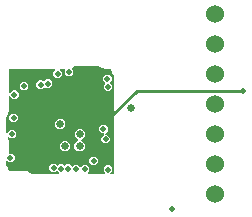
<source format=gbr>
G04 EAGLE Gerber X2 export*
%TF.Part,Single*%
%TF.FileFunction,Copper,L3,Inr,Mixed*%
%TF.FilePolarity,Positive*%
%TF.GenerationSoftware,Autodesk,EAGLE,8.6.3*%
%TF.CreationDate,2018-03-01T00:52:03Z*%
G75*
%MOMM*%
%FSLAX34Y34*%
%LPD*%
%AMOC8*
5,1,8,0,0,1.08239X$1,22.5*%
G01*
%ADD10C,1.524000*%
%ADD11C,0.508000*%
%ADD12C,0.654800*%
%ADD13C,0.254000*%

G36*
X93654Y49250D02*
X93654Y49250D01*
X93726Y49252D01*
X93775Y49270D01*
X93826Y49279D01*
X93890Y49312D01*
X93957Y49337D01*
X93998Y49369D01*
X94044Y49394D01*
X94093Y49446D01*
X94149Y49490D01*
X94177Y49534D01*
X94213Y49572D01*
X94243Y49637D01*
X94282Y49697D01*
X94295Y49748D01*
X94317Y49795D01*
X94324Y49866D01*
X94342Y49936D01*
X94338Y49988D01*
X94344Y50039D01*
X94328Y50110D01*
X94323Y50181D01*
X94303Y50229D01*
X94291Y50280D01*
X94255Y50341D01*
X94227Y50407D01*
X94182Y50463D01*
X94165Y50491D01*
X94147Y50506D01*
X94122Y50538D01*
X92913Y51747D01*
X92897Y51758D01*
X92885Y51774D01*
X92798Y51830D01*
X92714Y51890D01*
X92694Y51896D01*
X92678Y51907D01*
X92577Y51932D01*
X92478Y51963D01*
X92459Y51962D01*
X92439Y51967D01*
X92336Y51959D01*
X92233Y51956D01*
X92214Y51949D01*
X92194Y51948D01*
X92099Y51907D01*
X92002Y51872D01*
X91986Y51859D01*
X91968Y51852D01*
X91837Y51747D01*
X91003Y50913D01*
X88057Y50913D01*
X85973Y52997D01*
X85973Y55943D01*
X88057Y58027D01*
X91003Y58027D01*
X92263Y56767D01*
X92279Y56756D01*
X92291Y56740D01*
X92379Y56684D01*
X92462Y56624D01*
X92481Y56618D01*
X92498Y56607D01*
X92599Y56582D01*
X92698Y56551D01*
X92717Y56552D01*
X92737Y56547D01*
X92840Y56555D01*
X92943Y56558D01*
X92962Y56565D01*
X92982Y56566D01*
X93077Y56607D01*
X93174Y56642D01*
X93190Y56655D01*
X93208Y56662D01*
X93339Y56767D01*
X94173Y57601D01*
X97119Y57601D01*
X98156Y56564D01*
X98172Y56553D01*
X98184Y56537D01*
X98272Y56481D01*
X98355Y56421D01*
X98374Y56415D01*
X98391Y56404D01*
X98492Y56379D01*
X98591Y56348D01*
X98610Y56349D01*
X98630Y56344D01*
X98733Y56352D01*
X98836Y56355D01*
X98855Y56362D01*
X98875Y56363D01*
X98970Y56404D01*
X99067Y56439D01*
X99083Y56452D01*
X99101Y56459D01*
X99232Y56564D01*
X100269Y57601D01*
X103215Y57601D01*
X104875Y55941D01*
X104891Y55930D01*
X104903Y55914D01*
X104991Y55858D01*
X105074Y55798D01*
X105093Y55792D01*
X105110Y55781D01*
X105211Y55756D01*
X105309Y55725D01*
X105329Y55726D01*
X105349Y55721D01*
X105452Y55729D01*
X105555Y55732D01*
X105574Y55739D01*
X105594Y55740D01*
X105689Y55781D01*
X105786Y55816D01*
X105802Y55829D01*
X105820Y55836D01*
X105951Y55941D01*
X107183Y57173D01*
X110130Y57173D01*
X112049Y55254D01*
X112065Y55243D01*
X112077Y55227D01*
X112165Y55171D01*
X112249Y55111D01*
X112268Y55105D01*
X112284Y55094D01*
X112385Y55069D01*
X112484Y55038D01*
X112504Y55039D01*
X112523Y55034D01*
X112626Y55042D01*
X112729Y55045D01*
X112748Y55051D01*
X112768Y55053D01*
X112863Y55093D01*
X112961Y55129D01*
X112976Y55142D01*
X112994Y55149D01*
X113125Y55254D01*
X114855Y56984D01*
X117801Y56984D01*
X119885Y54900D01*
X119885Y51954D01*
X118469Y50538D01*
X118428Y50480D01*
X118378Y50428D01*
X118356Y50381D01*
X118326Y50339D01*
X118305Y50270D01*
X118275Y50205D01*
X118269Y50153D01*
X118254Y50103D01*
X118255Y50032D01*
X118248Y49961D01*
X118259Y49910D01*
X118260Y49858D01*
X118285Y49790D01*
X118300Y49720D01*
X118326Y49676D01*
X118344Y49627D01*
X118389Y49571D01*
X118426Y49509D01*
X118466Y49475D01*
X118498Y49435D01*
X118558Y49396D01*
X118613Y49349D01*
X118661Y49330D01*
X118705Y49302D01*
X118774Y49284D01*
X118841Y49257D01*
X118912Y49249D01*
X118944Y49241D01*
X118967Y49243D01*
X119008Y49239D01*
X132428Y49239D01*
X132499Y49250D01*
X132570Y49252D01*
X132619Y49270D01*
X132671Y49279D01*
X132734Y49312D01*
X132801Y49337D01*
X132842Y49369D01*
X132888Y49394D01*
X132937Y49446D01*
X132993Y49490D01*
X133021Y49534D01*
X133057Y49572D01*
X133088Y49637D01*
X133126Y49697D01*
X133139Y49748D01*
X133161Y49795D01*
X133169Y49866D01*
X133186Y49936D01*
X133182Y49988D01*
X133188Y50039D01*
X133173Y50110D01*
X133167Y50181D01*
X133147Y50229D01*
X133136Y50280D01*
X133099Y50341D01*
X133071Y50407D01*
X133026Y50463D01*
X133010Y50491D01*
X132992Y50506D01*
X132966Y50538D01*
X131833Y51671D01*
X131833Y54618D01*
X133916Y56701D01*
X136863Y56701D01*
X138946Y54618D01*
X138946Y51671D01*
X137813Y50538D01*
X137771Y50480D01*
X137722Y50428D01*
X137700Y50381D01*
X137670Y50339D01*
X137649Y50270D01*
X137618Y50205D01*
X137613Y50153D01*
X137597Y50103D01*
X137599Y50032D01*
X137591Y49961D01*
X137602Y49910D01*
X137604Y49858D01*
X137628Y49790D01*
X137644Y49720D01*
X137670Y49676D01*
X137688Y49627D01*
X137733Y49571D01*
X137770Y49509D01*
X137809Y49475D01*
X137842Y49435D01*
X137902Y49396D01*
X137957Y49349D01*
X138005Y49330D01*
X138049Y49302D01*
X138118Y49284D01*
X138185Y49257D01*
X138256Y49249D01*
X138287Y49241D01*
X138311Y49243D01*
X138351Y49239D01*
X140000Y49239D01*
X140020Y49242D01*
X140039Y49240D01*
X140141Y49262D01*
X140243Y49279D01*
X140260Y49288D01*
X140280Y49292D01*
X140369Y49345D01*
X140460Y49394D01*
X140474Y49408D01*
X140491Y49418D01*
X140558Y49497D01*
X140630Y49572D01*
X140638Y49590D01*
X140651Y49605D01*
X140690Y49701D01*
X140733Y49795D01*
X140735Y49815D01*
X140743Y49833D01*
X140761Y50000D01*
X140761Y132433D01*
X140747Y132523D01*
X140739Y132614D01*
X140727Y132643D01*
X140722Y132675D01*
X140679Y132756D01*
X140643Y132840D01*
X140617Y132872D01*
X140606Y132893D01*
X140583Y132915D01*
X140538Y132971D01*
X140114Y133395D01*
X138311Y137748D01*
X138300Y137821D01*
X138290Y137838D01*
X138286Y137858D01*
X138233Y137947D01*
X138184Y138038D01*
X138170Y138052D01*
X138160Y138069D01*
X138081Y138136D01*
X138006Y138208D01*
X137988Y138216D01*
X137973Y138229D01*
X137877Y138268D01*
X137783Y138311D01*
X137763Y138313D01*
X137745Y138321D01*
X137650Y138331D01*
X137616Y138342D01*
X137584Y138342D01*
X137552Y138350D01*
X137461Y138341D01*
X137370Y138340D01*
X137367Y138339D01*
X132681Y138339D01*
X128395Y140114D01*
X127971Y140538D01*
X127897Y140592D01*
X127828Y140651D01*
X127797Y140663D01*
X127771Y140682D01*
X127684Y140709D01*
X127599Y140743D01*
X127559Y140747D01*
X127536Y140754D01*
X127504Y140753D01*
X127433Y140761D01*
X107567Y140761D01*
X107477Y140747D01*
X107386Y140739D01*
X107357Y140727D01*
X107325Y140722D01*
X107244Y140679D01*
X107160Y140643D01*
X107128Y140617D01*
X107107Y140606D01*
X107085Y140583D01*
X107029Y140538D01*
X106605Y140114D01*
X105463Y139641D01*
X105424Y139617D01*
X105381Y139601D01*
X105320Y139553D01*
X105254Y139512D01*
X105224Y139476D01*
X105189Y139448D01*
X105147Y139382D01*
X105097Y139322D01*
X105080Y139279D01*
X105056Y139241D01*
X105037Y139165D01*
X105009Y139093D01*
X105007Y139047D01*
X104996Y139002D01*
X105002Y138925D01*
X104998Y138847D01*
X105011Y138803D01*
X105015Y138757D01*
X105045Y138685D01*
X105067Y138611D01*
X105093Y138573D01*
X105111Y138531D01*
X105196Y138424D01*
X105207Y138409D01*
X105211Y138406D01*
X105216Y138400D01*
X106284Y137331D01*
X106284Y134385D01*
X104201Y132301D01*
X101254Y132301D01*
X99171Y134385D01*
X99171Y137578D01*
X99167Y137598D01*
X99170Y137617D01*
X99148Y137719D01*
X99131Y137821D01*
X99122Y137838D01*
X99117Y137858D01*
X99064Y137947D01*
X99016Y138038D01*
X99001Y138052D01*
X98991Y138069D01*
X98912Y138136D01*
X98837Y138208D01*
X98819Y138216D01*
X98804Y138229D01*
X98708Y138268D01*
X98614Y138311D01*
X98595Y138313D01*
X98576Y138321D01*
X98409Y138339D01*
X97625Y138339D01*
X97615Y138343D01*
X97583Y138342D01*
X97552Y138350D01*
X97461Y138341D01*
X97370Y138340D01*
X97367Y138339D01*
X95489Y138339D01*
X95418Y138328D01*
X95346Y138326D01*
X95297Y138308D01*
X95246Y138300D01*
X95182Y138266D01*
X95115Y138241D01*
X95074Y138209D01*
X95028Y138184D01*
X94979Y138132D01*
X94923Y138088D01*
X94895Y138044D01*
X94859Y138006D01*
X94829Y137941D01*
X94790Y137881D01*
X94777Y137830D01*
X94755Y137783D01*
X94747Y137712D01*
X94730Y137642D01*
X94734Y137590D01*
X94728Y137539D01*
X94744Y137468D01*
X94749Y137397D01*
X94769Y137349D01*
X94781Y137298D01*
X94817Y137237D01*
X94845Y137171D01*
X94890Y137115D01*
X94907Y137087D01*
X94925Y137072D01*
X94950Y137040D01*
X96477Y135513D01*
X96477Y132567D01*
X94393Y130483D01*
X91447Y130483D01*
X89363Y132567D01*
X89363Y135513D01*
X90890Y137040D01*
X90932Y137098D01*
X90981Y137150D01*
X91003Y137197D01*
X91033Y137239D01*
X91054Y137308D01*
X91085Y137373D01*
X91090Y137425D01*
X91106Y137475D01*
X91104Y137546D01*
X91112Y137617D01*
X91101Y137668D01*
X91099Y137720D01*
X91075Y137788D01*
X91059Y137858D01*
X91033Y137903D01*
X91015Y137951D01*
X90970Y138007D01*
X90933Y138069D01*
X90894Y138103D01*
X90861Y138143D01*
X90801Y138182D01*
X90746Y138229D01*
X90698Y138248D01*
X90654Y138276D01*
X90585Y138294D01*
X90518Y138321D01*
X90447Y138329D01*
X90416Y138337D01*
X90392Y138335D01*
X90351Y138339D01*
X87625Y138339D01*
X87615Y138343D01*
X87583Y138342D01*
X87552Y138350D01*
X87461Y138341D01*
X87370Y138340D01*
X87367Y138339D01*
X82625Y138339D01*
X82615Y138343D01*
X82583Y138342D01*
X82552Y138350D01*
X82461Y138341D01*
X82370Y138340D01*
X82367Y138339D01*
X77625Y138339D01*
X77615Y138343D01*
X77583Y138342D01*
X77552Y138350D01*
X77461Y138341D01*
X77370Y138340D01*
X77367Y138339D01*
X72625Y138339D01*
X72615Y138343D01*
X72583Y138342D01*
X72552Y138350D01*
X72461Y138341D01*
X72370Y138340D01*
X72367Y138339D01*
X67625Y138339D01*
X67615Y138343D01*
X67583Y138342D01*
X67552Y138350D01*
X67461Y138341D01*
X67370Y138340D01*
X67367Y138339D01*
X62625Y138339D01*
X62615Y138343D01*
X62583Y138342D01*
X62552Y138350D01*
X62461Y138341D01*
X62370Y138340D01*
X62367Y138339D01*
X57625Y138339D01*
X57615Y138343D01*
X57583Y138342D01*
X57552Y138350D01*
X57461Y138341D01*
X57370Y138340D01*
X57367Y138339D01*
X52625Y138339D01*
X52615Y138343D01*
X52583Y138342D01*
X52552Y138350D01*
X52461Y138341D01*
X52370Y138340D01*
X52330Y138329D01*
X52307Y138326D01*
X52286Y138317D01*
X52281Y138316D01*
X52179Y138300D01*
X52162Y138290D01*
X52142Y138286D01*
X52053Y138233D01*
X51962Y138184D01*
X51948Y138170D01*
X51931Y138160D01*
X51864Y138081D01*
X51792Y138006D01*
X51784Y137988D01*
X51771Y137973D01*
X51732Y137877D01*
X51689Y137783D01*
X51687Y137763D01*
X51679Y137745D01*
X51669Y137650D01*
X51658Y137616D01*
X51658Y137584D01*
X51650Y137552D01*
X51659Y137461D01*
X51660Y137370D01*
X51661Y137367D01*
X51661Y132626D01*
X51658Y132616D01*
X51658Y132584D01*
X51650Y132552D01*
X51659Y132461D01*
X51660Y132370D01*
X51661Y132367D01*
X51661Y127626D01*
X51658Y127616D01*
X51658Y127584D01*
X51650Y127552D01*
X51659Y127461D01*
X51660Y127370D01*
X51661Y127367D01*
X51661Y122626D01*
X51658Y122616D01*
X51658Y122584D01*
X51650Y122552D01*
X51659Y122461D01*
X51660Y122370D01*
X51661Y122367D01*
X51661Y118866D01*
X51672Y118795D01*
X51674Y118723D01*
X51692Y118674D01*
X51700Y118623D01*
X51734Y118560D01*
X51759Y118492D01*
X51791Y118452D01*
X51816Y118406D01*
X51868Y118356D01*
X51912Y118300D01*
X51956Y118272D01*
X51994Y118236D01*
X52059Y118206D01*
X52119Y118167D01*
X52170Y118155D01*
X52217Y118133D01*
X52288Y118125D01*
X52358Y118107D01*
X52410Y118111D01*
X52461Y118106D01*
X52532Y118121D01*
X52603Y118126D01*
X52651Y118147D01*
X52702Y118158D01*
X52763Y118195D01*
X52829Y118223D01*
X52885Y118267D01*
X52913Y118284D01*
X52928Y118302D01*
X52960Y118327D01*
X54837Y120204D01*
X57784Y120204D01*
X59867Y118121D01*
X59867Y115174D01*
X57784Y113091D01*
X54837Y113091D01*
X52960Y114968D01*
X52902Y115010D01*
X52850Y115059D01*
X52803Y115081D01*
X52761Y115111D01*
X52692Y115132D01*
X52627Y115163D01*
X52575Y115168D01*
X52525Y115184D01*
X52454Y115182D01*
X52383Y115190D01*
X52332Y115179D01*
X52280Y115177D01*
X52212Y115153D01*
X52142Y115137D01*
X52097Y115111D01*
X52049Y115093D01*
X51993Y115048D01*
X51931Y115011D01*
X51897Y114972D01*
X51857Y114939D01*
X51818Y114879D01*
X51771Y114824D01*
X51752Y114776D01*
X51724Y114732D01*
X51706Y114663D01*
X51679Y114596D01*
X51671Y114525D01*
X51663Y114494D01*
X51665Y114470D01*
X51661Y114429D01*
X51661Y112626D01*
X51658Y112616D01*
X51658Y112584D01*
X51650Y112552D01*
X51659Y112461D01*
X51660Y112370D01*
X51661Y112367D01*
X51661Y107626D01*
X51658Y107616D01*
X51658Y107584D01*
X51650Y107552D01*
X51659Y107461D01*
X51660Y107370D01*
X51661Y107367D01*
X51661Y102681D01*
X49885Y98395D01*
X49462Y97971D01*
X49409Y97897D01*
X49349Y97828D01*
X49337Y97797D01*
X49318Y97771D01*
X49291Y97684D01*
X49257Y97599D01*
X49253Y97558D01*
X49246Y97536D01*
X49247Y97504D01*
X49239Y97433D01*
X49239Y85073D01*
X49250Y85002D01*
X49252Y84930D01*
X49270Y84881D01*
X49279Y84830D01*
X49312Y84767D01*
X49337Y84699D01*
X49369Y84659D01*
X49394Y84613D01*
X49446Y84563D01*
X49490Y84507D01*
X49534Y84479D01*
X49572Y84443D01*
X49637Y84413D01*
X49697Y84374D01*
X49748Y84362D01*
X49795Y84340D01*
X49866Y84332D01*
X49936Y84314D01*
X49988Y84318D01*
X50039Y84313D01*
X50110Y84328D01*
X50181Y84333D01*
X50229Y84354D01*
X50280Y84365D01*
X50341Y84402D01*
X50407Y84430D01*
X50463Y84475D01*
X50491Y84491D01*
X50506Y84509D01*
X50538Y84535D01*
X52732Y86728D01*
X55679Y86728D01*
X57762Y84645D01*
X57762Y81698D01*
X55679Y79615D01*
X52732Y79615D01*
X51986Y80361D01*
X51907Y80418D01*
X51832Y80480D01*
X51808Y80489D01*
X51786Y80505D01*
X51693Y80533D01*
X51602Y80568D01*
X51576Y80569D01*
X51551Y80577D01*
X51454Y80574D01*
X51357Y80579D01*
X51331Y80571D01*
X51305Y80571D01*
X51214Y80537D01*
X51120Y80510D01*
X51099Y80495D01*
X51074Y80486D01*
X50998Y80425D01*
X50918Y80370D01*
X50903Y80349D01*
X50882Y80332D01*
X50830Y80251D01*
X50772Y80172D01*
X50763Y80148D01*
X50749Y80126D01*
X50726Y80031D01*
X50695Y79939D01*
X50696Y79912D01*
X50689Y79887D01*
X50697Y79790D01*
X50698Y79693D01*
X50707Y79661D01*
X50708Y79642D01*
X50721Y79611D01*
X50744Y79532D01*
X51661Y77319D01*
X51661Y72626D01*
X51658Y72616D01*
X51658Y72584D01*
X51650Y72552D01*
X51659Y72461D01*
X51660Y72370D01*
X51661Y72367D01*
X51661Y67681D01*
X51631Y67609D01*
X51621Y67565D01*
X51601Y67523D01*
X51593Y67446D01*
X51575Y67370D01*
X51579Y67324D01*
X51574Y67279D01*
X51591Y67202D01*
X51598Y67125D01*
X51617Y67083D01*
X51627Y67038D01*
X51667Y66971D01*
X51698Y66900D01*
X51729Y66866D01*
X51753Y66827D01*
X51812Y66776D01*
X51865Y66719D01*
X51905Y66697D01*
X51940Y66667D01*
X52012Y66638D01*
X52080Y66601D01*
X52125Y66592D01*
X52168Y66575D01*
X52304Y66560D01*
X52322Y66557D01*
X52327Y66558D01*
X52335Y66557D01*
X54473Y66557D01*
X56557Y64473D01*
X56557Y61527D01*
X54473Y59443D01*
X51527Y59443D01*
X50538Y60432D01*
X50480Y60474D01*
X50428Y60523D01*
X50381Y60545D01*
X50339Y60575D01*
X50270Y60596D01*
X50205Y60627D01*
X50153Y60632D01*
X50103Y60648D01*
X50032Y60646D01*
X49961Y60654D01*
X49910Y60643D01*
X49858Y60641D01*
X49790Y60617D01*
X49720Y60601D01*
X49676Y60575D01*
X49627Y60557D01*
X49571Y60512D01*
X49509Y60475D01*
X49475Y60436D01*
X49435Y60403D01*
X49396Y60343D01*
X49349Y60288D01*
X49330Y60240D01*
X49302Y60196D01*
X49284Y60127D01*
X49257Y60060D01*
X49249Y59989D01*
X49241Y59958D01*
X49243Y59934D01*
X49239Y59893D01*
X49239Y57567D01*
X49254Y57477D01*
X49261Y57386D01*
X49273Y57357D01*
X49279Y57325D01*
X49321Y57244D01*
X49357Y57160D01*
X49383Y57128D01*
X49394Y57107D01*
X49417Y57085D01*
X49462Y57029D01*
X49885Y56605D01*
X51689Y52252D01*
X51700Y52179D01*
X51710Y52162D01*
X51714Y52142D01*
X51767Y52053D01*
X51816Y51962D01*
X51830Y51948D01*
X51840Y51931D01*
X51919Y51864D01*
X51994Y51792D01*
X52012Y51784D01*
X52027Y51771D01*
X52123Y51732D01*
X52217Y51689D01*
X52237Y51687D01*
X52255Y51679D01*
X52350Y51669D01*
X52384Y51658D01*
X52416Y51658D01*
X52448Y51650D01*
X52539Y51659D01*
X52630Y51660D01*
X52633Y51661D01*
X57374Y51661D01*
X57384Y51658D01*
X57416Y51658D01*
X57448Y51650D01*
X57539Y51659D01*
X57630Y51660D01*
X57633Y51661D01*
X62374Y51661D01*
X62384Y51658D01*
X62416Y51658D01*
X62448Y51650D01*
X62539Y51659D01*
X62630Y51660D01*
X62633Y51661D01*
X67319Y51661D01*
X71605Y49885D01*
X72029Y49462D01*
X72103Y49409D01*
X72172Y49349D01*
X72203Y49337D01*
X72229Y49318D01*
X72316Y49291D01*
X72401Y49257D01*
X72442Y49253D01*
X72464Y49246D01*
X72496Y49247D01*
X72567Y49239D01*
X93583Y49239D01*
X93654Y49250D01*
G37*
%LPC*%
G36*
X109721Y68743D02*
X109721Y68743D01*
X107208Y71256D01*
X107208Y74811D01*
X109935Y77538D01*
X109947Y77554D01*
X109962Y77566D01*
X110018Y77654D01*
X110078Y77737D01*
X110084Y77756D01*
X110095Y77773D01*
X110120Y77874D01*
X110151Y77973D01*
X110150Y77993D01*
X110155Y78012D01*
X110147Y78115D01*
X110144Y78218D01*
X110138Y78237D01*
X110136Y78257D01*
X110096Y78352D01*
X110060Y78449D01*
X110048Y78465D01*
X110040Y78483D01*
X109935Y78614D01*
X107263Y81286D01*
X107263Y84840D01*
X109777Y87354D01*
X113331Y87354D01*
X115845Y84840D01*
X115845Y81286D01*
X113118Y78559D01*
X113106Y78543D01*
X113091Y78530D01*
X113035Y78443D01*
X112974Y78359D01*
X112969Y78340D01*
X112958Y78323D01*
X112932Y78223D01*
X112902Y78124D01*
X112903Y78104D01*
X112898Y78085D01*
X112906Y77982D01*
X112908Y77878D01*
X112915Y77859D01*
X112917Y77840D01*
X112957Y77745D01*
X112993Y77647D01*
X113005Y77632D01*
X113013Y77613D01*
X113118Y77482D01*
X115789Y74811D01*
X115789Y71256D01*
X113276Y68743D01*
X109721Y68743D01*
G37*
%LPD*%
%LPC*%
G36*
X132017Y75333D02*
X132017Y75333D01*
X129933Y77417D01*
X129933Y80363D01*
X132160Y82590D01*
X132202Y82648D01*
X132251Y82700D01*
X132273Y82748D01*
X132304Y82790D01*
X132325Y82858D01*
X132355Y82923D01*
X132361Y82975D01*
X132376Y83025D01*
X132374Y83097D01*
X132382Y83168D01*
X132371Y83219D01*
X132370Y83271D01*
X132345Y83338D01*
X132330Y83408D01*
X132303Y83453D01*
X132285Y83502D01*
X132240Y83558D01*
X132204Y83619D01*
X132164Y83653D01*
X132131Y83694D01*
X132071Y83733D01*
X132017Y83779D01*
X131968Y83799D01*
X131925Y83827D01*
X131855Y83844D01*
X131789Y83871D01*
X131717Y83879D01*
X131686Y83887D01*
X131663Y83885D01*
X131622Y83890D01*
X130188Y83890D01*
X128105Y85973D01*
X128105Y88920D01*
X130188Y91003D01*
X133135Y91003D01*
X135218Y88920D01*
X135218Y85973D01*
X132991Y83746D01*
X132950Y83688D01*
X132900Y83636D01*
X132878Y83589D01*
X132848Y83547D01*
X132827Y83478D01*
X132797Y83413D01*
X132791Y83361D01*
X132775Y83311D01*
X132777Y83240D01*
X132769Y83169D01*
X132780Y83118D01*
X132782Y83066D01*
X132806Y82998D01*
X132822Y82928D01*
X132848Y82883D01*
X132866Y82835D01*
X132911Y82779D01*
X132948Y82717D01*
X132987Y82683D01*
X133020Y82643D01*
X133080Y82604D01*
X133135Y82557D01*
X133183Y82538D01*
X133227Y82510D01*
X133296Y82492D01*
X133363Y82465D01*
X133434Y82457D01*
X133465Y82449D01*
X133489Y82451D01*
X133530Y82447D01*
X134963Y82447D01*
X137047Y80363D01*
X137047Y77417D01*
X134963Y75333D01*
X132017Y75333D01*
G37*
%LPD*%
%LPC*%
G36*
X133987Y119953D02*
X133987Y119953D01*
X131903Y122037D01*
X131903Y124983D01*
X132907Y125987D01*
X132918Y126003D01*
X132934Y126015D01*
X132990Y126103D01*
X133050Y126186D01*
X133056Y126205D01*
X133067Y126222D01*
X133092Y126323D01*
X133123Y126422D01*
X133122Y126441D01*
X133127Y126461D01*
X133119Y126564D01*
X133116Y126667D01*
X133109Y126686D01*
X133108Y126706D01*
X133067Y126801D01*
X133032Y126898D01*
X133019Y126914D01*
X133012Y126932D01*
X132907Y127063D01*
X131443Y128527D01*
X131443Y131473D01*
X133527Y133557D01*
X136473Y133557D01*
X138557Y131473D01*
X138557Y128527D01*
X137553Y127523D01*
X137542Y127507D01*
X137526Y127495D01*
X137470Y127407D01*
X137410Y127324D01*
X137404Y127305D01*
X137393Y127288D01*
X137368Y127187D01*
X137337Y127088D01*
X137338Y127069D01*
X137333Y127049D01*
X137341Y126946D01*
X137344Y126843D01*
X137351Y126824D01*
X137352Y126804D01*
X137393Y126709D01*
X137428Y126612D01*
X137441Y126596D01*
X137448Y126578D01*
X137553Y126447D01*
X139017Y124983D01*
X139017Y122037D01*
X136933Y119953D01*
X133987Y119953D01*
G37*
%LPD*%
%LPC*%
G36*
X77021Y121599D02*
X77021Y121599D01*
X74937Y123683D01*
X74937Y126629D01*
X77021Y128713D01*
X79967Y128713D01*
X80597Y128083D01*
X80613Y128072D01*
X80625Y128056D01*
X80713Y128000D01*
X80796Y127940D01*
X80815Y127934D01*
X80832Y127923D01*
X80933Y127898D01*
X81032Y127867D01*
X81051Y127868D01*
X81071Y127863D01*
X81174Y127871D01*
X81277Y127874D01*
X81296Y127881D01*
X81316Y127882D01*
X81411Y127923D01*
X81508Y127958D01*
X81524Y127971D01*
X81542Y127978D01*
X81673Y128083D01*
X83117Y129527D01*
X86063Y129527D01*
X88147Y127443D01*
X88147Y124497D01*
X86063Y122413D01*
X83117Y122413D01*
X82487Y123043D01*
X82471Y123054D01*
X82459Y123070D01*
X82371Y123126D01*
X82288Y123186D01*
X82269Y123192D01*
X82252Y123203D01*
X82151Y123228D01*
X82052Y123259D01*
X82033Y123258D01*
X82013Y123263D01*
X81910Y123255D01*
X81807Y123252D01*
X81788Y123245D01*
X81768Y123244D01*
X81673Y123203D01*
X81576Y123168D01*
X81560Y123155D01*
X81542Y123148D01*
X81411Y123043D01*
X79967Y121599D01*
X77021Y121599D01*
G37*
%LPD*%
%LPC*%
G36*
X93512Y87479D02*
X93512Y87479D01*
X90999Y89993D01*
X90999Y93547D01*
X93512Y96061D01*
X97067Y96061D01*
X99580Y93547D01*
X99580Y89993D01*
X97067Y87479D01*
X93512Y87479D01*
G37*
%LPD*%
%LPC*%
G36*
X97501Y68880D02*
X97501Y68880D01*
X94987Y71394D01*
X94987Y74948D01*
X97501Y77462D01*
X101055Y77462D01*
X103569Y74948D01*
X103569Y71394D01*
X101055Y68880D01*
X97501Y68880D01*
G37*
%LPD*%
%LPC*%
G36*
X54157Y93383D02*
X54157Y93383D01*
X52073Y95467D01*
X52073Y98413D01*
X54157Y100497D01*
X57103Y100497D01*
X59187Y98413D01*
X59187Y95467D01*
X57103Y93383D01*
X54157Y93383D01*
G37*
%LPD*%
%LPC*%
G36*
X63067Y120319D02*
X63067Y120319D01*
X60983Y122403D01*
X60983Y125349D01*
X63067Y127433D01*
X66013Y127433D01*
X68097Y125349D01*
X68097Y122403D01*
X66013Y120319D01*
X63067Y120319D01*
G37*
%LPD*%
%LPC*%
G36*
X121868Y56855D02*
X121868Y56855D01*
X119785Y58938D01*
X119785Y61885D01*
X121868Y63968D01*
X124815Y63968D01*
X126898Y61885D01*
X126898Y58938D01*
X124815Y56855D01*
X121868Y56855D01*
G37*
%LPD*%
D10*
X225959Y184637D03*
X225959Y159237D03*
X225959Y133837D03*
X225959Y108437D03*
X225959Y83037D03*
X225959Y57637D03*
X225959Y32237D03*
D11*
X64540Y123876D03*
X92920Y134040D03*
X55630Y96940D03*
X84590Y125970D03*
X135460Y123510D03*
X133490Y78890D03*
X135390Y53145D03*
D12*
X155000Y105000D03*
X95290Y91770D03*
X99278Y73171D03*
X111499Y73034D03*
X111554Y83063D03*
D11*
X53000Y63000D03*
X123342Y60411D03*
X135000Y130000D03*
X102727Y135858D03*
X56310Y116648D03*
X131661Y87446D03*
X95646Y54044D03*
X101742Y54044D03*
X108656Y53617D03*
X54205Y83172D03*
X89530Y54470D03*
X66540Y117780D03*
X64407Y58371D03*
X133810Y60790D03*
X250000Y120000D03*
D13*
X160000Y120000D01*
X140000Y100000D01*
D11*
X123020Y117337D03*
X78494Y125156D03*
X116328Y53427D03*
X190000Y20000D03*
M02*

</source>
